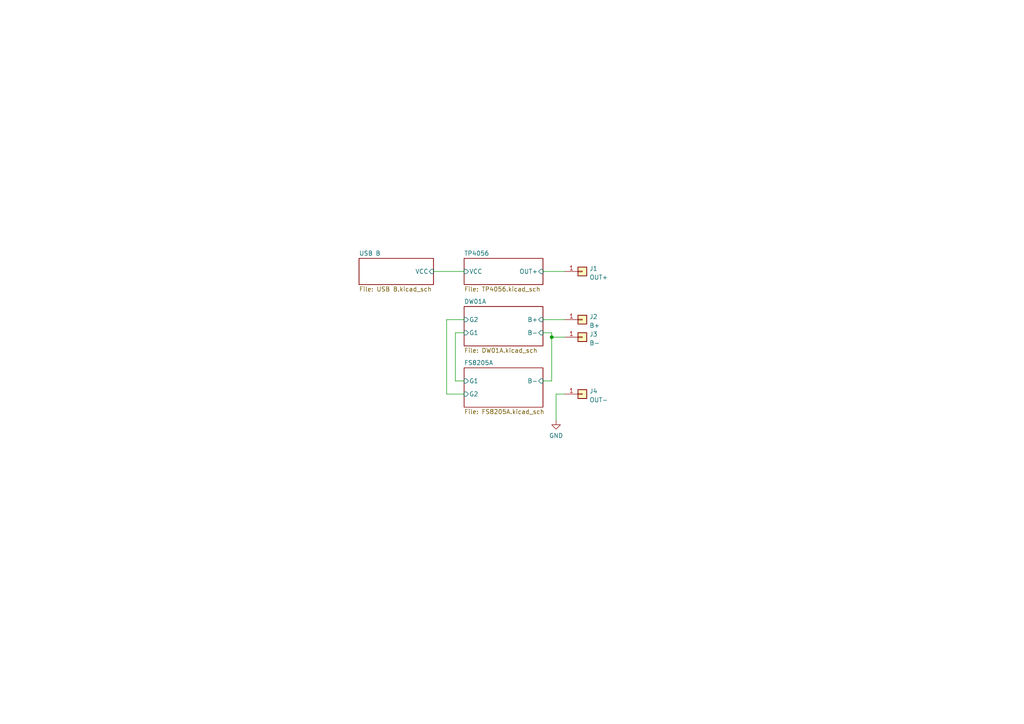
<source format=kicad_sch>
(kicad_sch (version 20211123) (generator eeschema)
  (paper "A4")
  (title_block (title "LED baterry") (rev "1.0") (company "Cristóbal Cuevas Lagos"))
  (lib_symbols
    (symbol "Connector_Generic:Conn_01x01" (pin_names (offset 1.016) hide)
      (property "Reference" "J" (at 0 2.54 0))
      (property "Value" "Conn_01x01" (at 0 -2.54 0))
      (symbol "Conn_01x01_1_1"
        (rectangle (start -1.27 0.127) (end 0 -0.127) (stroke (width 0.1524)))
        (rectangle (start -1.27 1.27) (end 1.27 -1.27) (stroke (width 0.254)) (fill (type background)))
        (pin passive line (at -5.08 0 0) (length 3.81) (name "Pin_1") (number "1"))
      )
    )
    (symbol "power:GND" (power) (pin_names (offset 0))
      (property "Value" "GND" (at 0 -3.81 0))
      (symbol "GND_0_1"
        (polyline (pts (xy 0 0) (xy 0 -1.27) (xy 1.27 -1.27) (xy 0 -2.54) (xy -1.27 -1.27) (xy 0 -1.27)))
      )
      (symbol "GND_1_1"
        (pin power_in line (at 0 0 270) (length 0) hide (name "GND") (number "1"))
      )
    )
  )
  (junction (at 160.02 97.79))
  (wire (pts (xy 129.54 92.71) (xy 129.54 114.3)))
  (wire (pts (xy 157.48 92.71) (xy 163.83 92.71)))
  (wire (pts (xy 157.48 78.74) (xy 163.83 78.74)))
  (wire (pts (xy 160.02 110.49) (xy 157.48 110.49)))
  (wire (pts (xy 160.02 97.79) (xy 163.83 97.79)))
  (wire (pts (xy 163.83 114.3) (xy 161.29 114.3)))
  (wire (pts (xy 132.08 96.52) (xy 132.08 110.49)))
  (wire (pts (xy 160.02 97.79) (xy 160.02 110.49)))
  (wire (pts (xy 125.73 78.74) (xy 134.62 78.74)))
  (wire (pts (xy 129.54 114.3) (xy 134.62 114.3)))
  (wire (pts (xy 134.62 96.52) (xy 132.08 96.52)))
  (wire (pts (xy 161.29 114.3) (xy 161.29 121.92)))
  (wire (pts (xy 160.02 96.52) (xy 160.02 97.79)))
  (wire (pts (xy 134.62 92.71) (xy 129.54 92.71)))
  (wire (pts (xy 132.08 110.49) (xy 134.62 110.49)))
  (wire (pts (xy 157.48 96.52) (xy 160.02 96.52)))
  (symbol (lib_id "Connector_Generic:Conn_01x01") (at 168.91 114.3 0) (unit 1)
    (property "Reference" "J4" (at 170.942 113.4653 0) (effects (justify left)))
    (property "Value" "OUT-" (at 170.942 116.0022 0) (effects (justify left)))
  )
  (symbol (lib_id "Connector_Generic:Conn_01x01") (at 168.91 78.74 0) (unit 1)
    (property "Reference" "J1" (at 170.942 77.9053 0) (effects (justify left)))
    (property "Value" "OUT+" (at 170.942 80.4422 0) (effects (justify left)))
  )
  (symbol (lib_id "Connector_Generic:Conn_01x01") (at 168.91 92.71 0) (unit 1)
    (property "Reference" "J2" (at 170.942 91.8753 0) (effects (justify left)))
    (property "Value" "B+" (at 170.942 94.4122 0) (effects (justify left)))
  )
  (symbol (lib_id "power:GND") (at 161.29 121.92 0) (unit 1)
    (property "Reference" "#PWR01" (effects hide))
    (property "Value" "GND" (at 161.29 126.3634 0))
  )
  (symbol (lib_id "Connector_Generic:Conn_01x01") (at 168.91 97.79 0) (unit 1)
    (property "Reference" "J3" (at 170.942 96.9553 0) (effects (justify left)))
    (property "Value" "B-" (at 170.942 99.4922 0) (effects (justify left)))
  )
  (sheet (at 134.62 74.93) (size 22.86 7.62) (stroke (width 0.1524))
    (property "Sheet name" "TP4056" (at 134.62 74.2184 0) (effects (justify left bottom)))
    (property "Sheet file" "TP4056.kicad_sch" (at 134.62 83.1346 0) (effects (justify left top)))
    (pin "VCC" input (at 134.62 78.74 180))
    (pin "OUT+" input (at 157.48 78.74 0))
  )
  (sheet (at 134.62 88.9) (size 22.86 11.43) (stroke (width 0.1524))
    (property "Sheet name" "DW01A" (at 134.62 88.1884 0) (effects (justify left bottom)))
    (property "Sheet file" "DW01A.kicad_sch" (at 134.62 100.9146 0) (effects (justify left top)))
    (pin "B+" input (at 157.48 92.71 0))
    (pin "G1" input (at 134.62 96.52 180))
    (pin "G2" input (at 134.62 92.71 180))
    (pin "B-" input (at 157.48 96.52 0))
  )
  (sheet (at 104.14 74.93) (size 21.59 7.62) (stroke (width 0.1524))
    (property "Sheet name" "USB B" (at 104.14 74.2184 0) (effects (justify left bottom)))
    (property "Sheet file" "USB B.kicad_sch" (at 104.14 83.1346 0) (effects (justify left top)))
    (pin "VCC" input (at 125.73 78.74 0))
  )
  (sheet (at 134.62 106.68) (size 22.86 11.43) (stroke (width 0.1524))
    (property "Sheet name" "FS8205A" (at 134.62 105.9684 0) (effects (justify left bottom)))
    (property "Sheet file" "FS8205A.kicad_sch" (at 134.62 118.6946 0) (effects (justify left top)))
    (pin "G2" input (at 134.62 114.3 180))
    (pin "B-" input (at 157.48 110.49 0))
    (pin "G1" input (at 134.62 110.49 180))
  )
)
</source>
